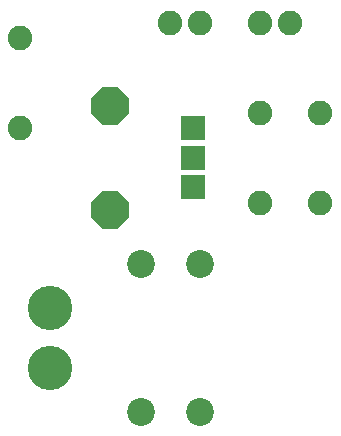
<source format=gbr>
G04 EAGLE Gerber RS-274X export*
G75*
%MOMM*%
%FSLAX34Y34*%
%LPD*%
%INSoldermask Top*%
%IPPOS*%
%AMOC8*
5,1,8,0,0,1.08239X$1,22.5*%
G01*
%ADD10C,2.082800*%
%ADD11C,3.759200*%
%ADD12C,2.362200*%
%ADD13R,2.082800X2.082800*%
%ADD14P,3.467112X8X22.500000*%


D10*
X254000Y393700D03*
X228600Y393700D03*
X330200Y393700D03*
X304800Y393700D03*
D11*
X127000Y101600D03*
X127000Y152400D03*
D10*
X304800Y317500D03*
X304800Y241300D03*
X355600Y317500D03*
X355600Y241300D03*
X101600Y304800D03*
X101600Y381000D03*
D12*
X203600Y64500D03*
X253600Y64500D03*
X253600Y189500D03*
X203600Y189500D03*
D13*
X247800Y254400D03*
X247800Y279400D03*
X247800Y304400D03*
D14*
X177800Y235400D03*
X177800Y323400D03*
M02*

</source>
